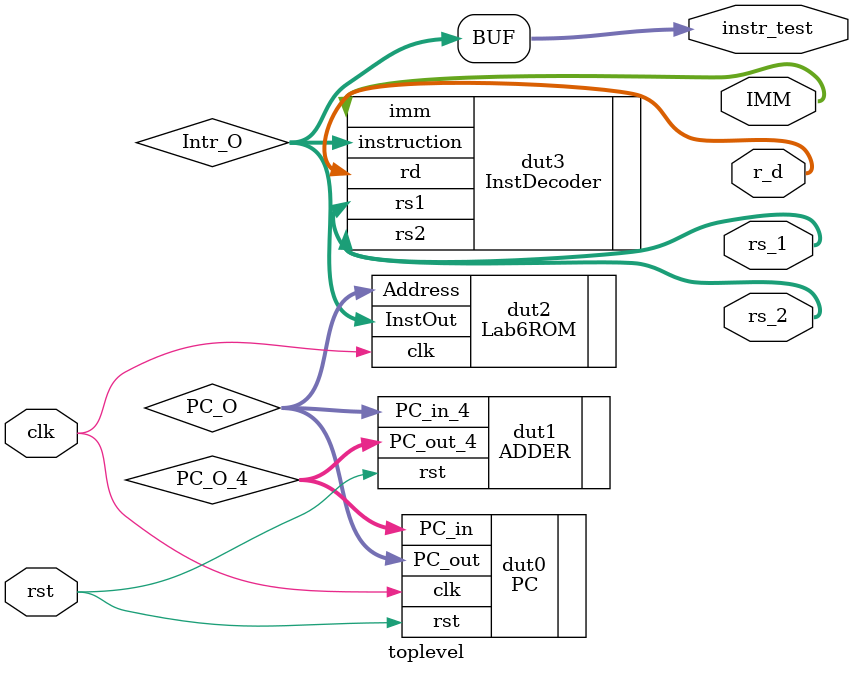
<source format=v>

module toplevel (rst, clk,r_d, rs_1, rs_2, IMM, instr_test);

input rst, clk;

wire [7:0] PC_O, PC_O_4;
wire [31:0] Intr_O;
output [4:0] rs_1, rs_2, r_d;
output [11:0] IMM;
output [31:0] instr_test;


ADDER dut1 (.rst(rst), .PC_in_4(PC_O), .PC_out_4(PC_O_4));
PC dut0 (.clk(clk), .rst(rst), .PC_in(PC_O_4), .PC_out(PC_O));
Lab6ROM dut2 (.Address(PC_O), .InstOut(Intr_O), .clk(clk));
InstDecoder dut3(.instruction(Intr_O), .rs1(rs_1), .rs2(rs_2), .rd(r_d), .imm(IMM));

assign instr_test = Intr_O;

endmodule

</source>
